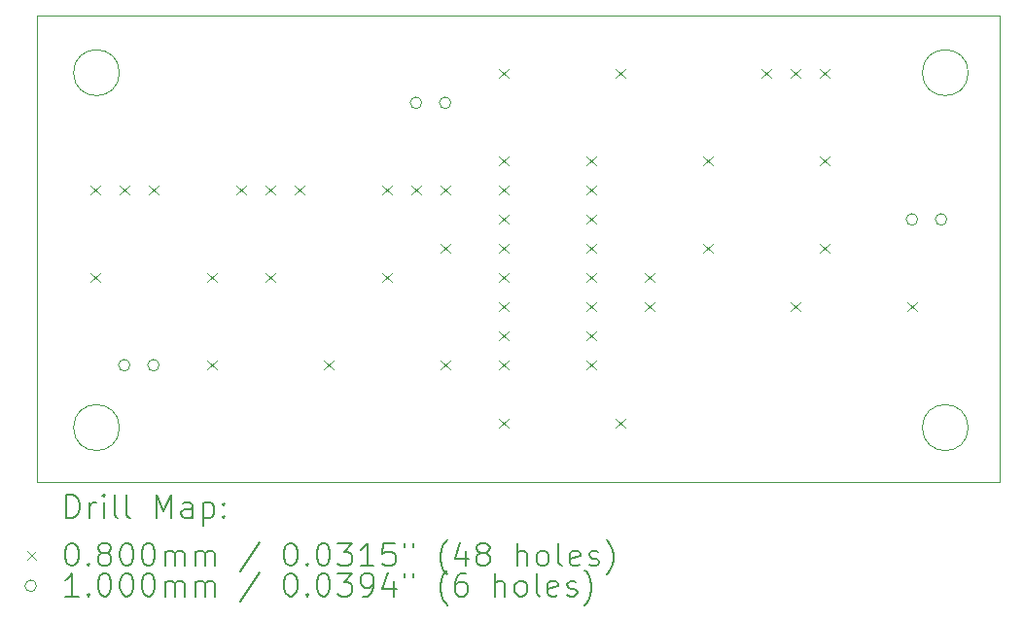
<source format=gbr>
%TF.GenerationSoftware,KiCad,Pcbnew,9.0.7*%
%TF.CreationDate,2026-02-15T14:06:54+01:00*%
%TF.ProjectId,XR-2208,58522d32-3230-4382-9e6b-696361645f70,rev?*%
%TF.SameCoordinates,Original*%
%TF.FileFunction,Drillmap*%
%TF.FilePolarity,Positive*%
%FSLAX45Y45*%
G04 Gerber Fmt 4.5, Leading zero omitted, Abs format (unit mm)*
G04 Created by KiCad (PCBNEW 9.0.7) date 2026-02-15 14:06:54*
%MOMM*%
%LPD*%
G01*
G04 APERTURE LIST*
%ADD10C,0.050000*%
%ADD11C,0.200000*%
%ADD12C,0.100000*%
G04 APERTURE END LIST*
D10*
X9610000Y-8374000D02*
G75*
G02*
X9210000Y-8374000I-200000J0D01*
G01*
X9210000Y-8374000D02*
G75*
G02*
X9610000Y-8374000I200000J0D01*
G01*
X17000000Y-8374000D02*
G75*
G02*
X16600000Y-8374000I-200000J0D01*
G01*
X16600000Y-8374000D02*
G75*
G02*
X17000000Y-8374000I200000J0D01*
G01*
X8890000Y-7874000D02*
X17272000Y-7874000D01*
X17272000Y-11938000D01*
X8890000Y-11938000D01*
X8890000Y-7874000D01*
X17000000Y-11466000D02*
G75*
G02*
X16600000Y-11466000I-200000J0D01*
G01*
X16600000Y-11466000D02*
G75*
G02*
X17000000Y-11466000I200000J0D01*
G01*
X9610000Y-11466000D02*
G75*
G02*
X9210000Y-11466000I-200000J0D01*
G01*
X9210000Y-11466000D02*
G75*
G02*
X9610000Y-11466000I200000J0D01*
G01*
D11*
D12*
X9358000Y-9358000D02*
X9438000Y-9438000D01*
X9438000Y-9358000D02*
X9358000Y-9438000D01*
X9358000Y-10120000D02*
X9438000Y-10200000D01*
X9438000Y-10120000D02*
X9358000Y-10200000D01*
X9612000Y-9358000D02*
X9692000Y-9438000D01*
X9692000Y-9358000D02*
X9612000Y-9438000D01*
X9866000Y-9358000D02*
X9946000Y-9438000D01*
X9946000Y-9358000D02*
X9866000Y-9438000D01*
X10374000Y-10120000D02*
X10454000Y-10200000D01*
X10454000Y-10120000D02*
X10374000Y-10200000D01*
X10374000Y-10882000D02*
X10454000Y-10962000D01*
X10454000Y-10882000D02*
X10374000Y-10962000D01*
X10628000Y-9358000D02*
X10708000Y-9438000D01*
X10708000Y-9358000D02*
X10628000Y-9438000D01*
X10882000Y-9358000D02*
X10962000Y-9438000D01*
X10962000Y-9358000D02*
X10882000Y-9438000D01*
X10882000Y-10120000D02*
X10962000Y-10200000D01*
X10962000Y-10120000D02*
X10882000Y-10200000D01*
X11136000Y-9358000D02*
X11216000Y-9438000D01*
X11216000Y-9358000D02*
X11136000Y-9438000D01*
X11390000Y-10882000D02*
X11470000Y-10962000D01*
X11470000Y-10882000D02*
X11390000Y-10962000D01*
X11898000Y-9358000D02*
X11978000Y-9438000D01*
X11978000Y-9358000D02*
X11898000Y-9438000D01*
X11898000Y-10120000D02*
X11978000Y-10200000D01*
X11978000Y-10120000D02*
X11898000Y-10200000D01*
X12152000Y-9358000D02*
X12232000Y-9438000D01*
X12232000Y-9358000D02*
X12152000Y-9438000D01*
X12406000Y-9358000D02*
X12486000Y-9438000D01*
X12486000Y-9358000D02*
X12406000Y-9438000D01*
X12406000Y-9866000D02*
X12486000Y-9946000D01*
X12486000Y-9866000D02*
X12406000Y-9946000D01*
X12406000Y-10882000D02*
X12486000Y-10962000D01*
X12486000Y-10882000D02*
X12406000Y-10962000D01*
X12914000Y-8342000D02*
X12994000Y-8422000D01*
X12994000Y-8342000D02*
X12914000Y-8422000D01*
X12914000Y-9104000D02*
X12994000Y-9184000D01*
X12994000Y-9104000D02*
X12914000Y-9184000D01*
X12914000Y-9358000D02*
X12994000Y-9438000D01*
X12994000Y-9358000D02*
X12914000Y-9438000D01*
X12914000Y-9612000D02*
X12994000Y-9692000D01*
X12994000Y-9612000D02*
X12914000Y-9692000D01*
X12914000Y-9866000D02*
X12994000Y-9946000D01*
X12994000Y-9866000D02*
X12914000Y-9946000D01*
X12914000Y-10120000D02*
X12994000Y-10200000D01*
X12994000Y-10120000D02*
X12914000Y-10200000D01*
X12914000Y-10374000D02*
X12994000Y-10454000D01*
X12994000Y-10374000D02*
X12914000Y-10454000D01*
X12914000Y-10628000D02*
X12994000Y-10708000D01*
X12994000Y-10628000D02*
X12914000Y-10708000D01*
X12914000Y-10882000D02*
X12994000Y-10962000D01*
X12994000Y-10882000D02*
X12914000Y-10962000D01*
X12914000Y-11390000D02*
X12994000Y-11470000D01*
X12994000Y-11390000D02*
X12914000Y-11470000D01*
X13676000Y-9104000D02*
X13756000Y-9184000D01*
X13756000Y-9104000D02*
X13676000Y-9184000D01*
X13676000Y-9358000D02*
X13756000Y-9438000D01*
X13756000Y-9358000D02*
X13676000Y-9438000D01*
X13676000Y-9612000D02*
X13756000Y-9692000D01*
X13756000Y-9612000D02*
X13676000Y-9692000D01*
X13676000Y-9866000D02*
X13756000Y-9946000D01*
X13756000Y-9866000D02*
X13676000Y-9946000D01*
X13676000Y-10120000D02*
X13756000Y-10200000D01*
X13756000Y-10120000D02*
X13676000Y-10200000D01*
X13676000Y-10374000D02*
X13756000Y-10454000D01*
X13756000Y-10374000D02*
X13676000Y-10454000D01*
X13676000Y-10628000D02*
X13756000Y-10708000D01*
X13756000Y-10628000D02*
X13676000Y-10708000D01*
X13676000Y-10882000D02*
X13756000Y-10962000D01*
X13756000Y-10882000D02*
X13676000Y-10962000D01*
X13930000Y-8342000D02*
X14010000Y-8422000D01*
X14010000Y-8342000D02*
X13930000Y-8422000D01*
X13930000Y-11390000D02*
X14010000Y-11470000D01*
X14010000Y-11390000D02*
X13930000Y-11470000D01*
X14184000Y-10120000D02*
X14264000Y-10200000D01*
X14264000Y-10120000D02*
X14184000Y-10200000D01*
X14184000Y-10370000D02*
X14264000Y-10450000D01*
X14264000Y-10370000D02*
X14184000Y-10450000D01*
X14692000Y-9104000D02*
X14772000Y-9184000D01*
X14772000Y-9104000D02*
X14692000Y-9184000D01*
X14692000Y-9866000D02*
X14772000Y-9946000D01*
X14772000Y-9866000D02*
X14692000Y-9946000D01*
X15200000Y-8342000D02*
X15280000Y-8422000D01*
X15280000Y-8342000D02*
X15200000Y-8422000D01*
X15454000Y-8342000D02*
X15534000Y-8422000D01*
X15534000Y-8342000D02*
X15454000Y-8422000D01*
X15454000Y-10374000D02*
X15534000Y-10454000D01*
X15534000Y-10374000D02*
X15454000Y-10454000D01*
X15708000Y-8342000D02*
X15788000Y-8422000D01*
X15788000Y-8342000D02*
X15708000Y-8422000D01*
X15708000Y-9104000D02*
X15788000Y-9184000D01*
X15788000Y-9104000D02*
X15708000Y-9184000D01*
X15708000Y-9866000D02*
X15788000Y-9946000D01*
X15788000Y-9866000D02*
X15708000Y-9946000D01*
X16470000Y-10374000D02*
X16550000Y-10454000D01*
X16550000Y-10374000D02*
X16470000Y-10454000D01*
X9702000Y-10922000D02*
G75*
G02*
X9602000Y-10922000I-50000J0D01*
G01*
X9602000Y-10922000D02*
G75*
G02*
X9702000Y-10922000I50000J0D01*
G01*
X9956000Y-10922000D02*
G75*
G02*
X9856000Y-10922000I-50000J0D01*
G01*
X9856000Y-10922000D02*
G75*
G02*
X9956000Y-10922000I50000J0D01*
G01*
X12242000Y-8636000D02*
G75*
G02*
X12142000Y-8636000I-50000J0D01*
G01*
X12142000Y-8636000D02*
G75*
G02*
X12242000Y-8636000I50000J0D01*
G01*
X12496000Y-8636000D02*
G75*
G02*
X12396000Y-8636000I-50000J0D01*
G01*
X12396000Y-8636000D02*
G75*
G02*
X12496000Y-8636000I50000J0D01*
G01*
X16560000Y-9652000D02*
G75*
G02*
X16460000Y-9652000I-50000J0D01*
G01*
X16460000Y-9652000D02*
G75*
G02*
X16560000Y-9652000I50000J0D01*
G01*
X16814000Y-9652000D02*
G75*
G02*
X16714000Y-9652000I-50000J0D01*
G01*
X16714000Y-9652000D02*
G75*
G02*
X16814000Y-9652000I50000J0D01*
G01*
D11*
X9148277Y-12251984D02*
X9148277Y-12051984D01*
X9148277Y-12051984D02*
X9195896Y-12051984D01*
X9195896Y-12051984D02*
X9224467Y-12061508D01*
X9224467Y-12061508D02*
X9243515Y-12080555D01*
X9243515Y-12080555D02*
X9253039Y-12099603D01*
X9253039Y-12099603D02*
X9262563Y-12137698D01*
X9262563Y-12137698D02*
X9262563Y-12166269D01*
X9262563Y-12166269D02*
X9253039Y-12204365D01*
X9253039Y-12204365D02*
X9243515Y-12223412D01*
X9243515Y-12223412D02*
X9224467Y-12242460D01*
X9224467Y-12242460D02*
X9195896Y-12251984D01*
X9195896Y-12251984D02*
X9148277Y-12251984D01*
X9348277Y-12251984D02*
X9348277Y-12118650D01*
X9348277Y-12156746D02*
X9357801Y-12137698D01*
X9357801Y-12137698D02*
X9367324Y-12128174D01*
X9367324Y-12128174D02*
X9386372Y-12118650D01*
X9386372Y-12118650D02*
X9405420Y-12118650D01*
X9472086Y-12251984D02*
X9472086Y-12118650D01*
X9472086Y-12051984D02*
X9462563Y-12061508D01*
X9462563Y-12061508D02*
X9472086Y-12071031D01*
X9472086Y-12071031D02*
X9481610Y-12061508D01*
X9481610Y-12061508D02*
X9472086Y-12051984D01*
X9472086Y-12051984D02*
X9472086Y-12071031D01*
X9595896Y-12251984D02*
X9576848Y-12242460D01*
X9576848Y-12242460D02*
X9567324Y-12223412D01*
X9567324Y-12223412D02*
X9567324Y-12051984D01*
X9700658Y-12251984D02*
X9681610Y-12242460D01*
X9681610Y-12242460D02*
X9672086Y-12223412D01*
X9672086Y-12223412D02*
X9672086Y-12051984D01*
X9929229Y-12251984D02*
X9929229Y-12051984D01*
X9929229Y-12051984D02*
X9995896Y-12194841D01*
X9995896Y-12194841D02*
X10062563Y-12051984D01*
X10062563Y-12051984D02*
X10062563Y-12251984D01*
X10243515Y-12251984D02*
X10243515Y-12147222D01*
X10243515Y-12147222D02*
X10233991Y-12128174D01*
X10233991Y-12128174D02*
X10214944Y-12118650D01*
X10214944Y-12118650D02*
X10176848Y-12118650D01*
X10176848Y-12118650D02*
X10157801Y-12128174D01*
X10243515Y-12242460D02*
X10224467Y-12251984D01*
X10224467Y-12251984D02*
X10176848Y-12251984D01*
X10176848Y-12251984D02*
X10157801Y-12242460D01*
X10157801Y-12242460D02*
X10148277Y-12223412D01*
X10148277Y-12223412D02*
X10148277Y-12204365D01*
X10148277Y-12204365D02*
X10157801Y-12185317D01*
X10157801Y-12185317D02*
X10176848Y-12175793D01*
X10176848Y-12175793D02*
X10224467Y-12175793D01*
X10224467Y-12175793D02*
X10243515Y-12166269D01*
X10338753Y-12118650D02*
X10338753Y-12318650D01*
X10338753Y-12128174D02*
X10357801Y-12118650D01*
X10357801Y-12118650D02*
X10395896Y-12118650D01*
X10395896Y-12118650D02*
X10414944Y-12128174D01*
X10414944Y-12128174D02*
X10424467Y-12137698D01*
X10424467Y-12137698D02*
X10433991Y-12156746D01*
X10433991Y-12156746D02*
X10433991Y-12213888D01*
X10433991Y-12213888D02*
X10424467Y-12232936D01*
X10424467Y-12232936D02*
X10414944Y-12242460D01*
X10414944Y-12242460D02*
X10395896Y-12251984D01*
X10395896Y-12251984D02*
X10357801Y-12251984D01*
X10357801Y-12251984D02*
X10338753Y-12242460D01*
X10519705Y-12232936D02*
X10529229Y-12242460D01*
X10529229Y-12242460D02*
X10519705Y-12251984D01*
X10519705Y-12251984D02*
X10510182Y-12242460D01*
X10510182Y-12242460D02*
X10519705Y-12232936D01*
X10519705Y-12232936D02*
X10519705Y-12251984D01*
X10519705Y-12128174D02*
X10529229Y-12137698D01*
X10529229Y-12137698D02*
X10519705Y-12147222D01*
X10519705Y-12147222D02*
X10510182Y-12137698D01*
X10510182Y-12137698D02*
X10519705Y-12128174D01*
X10519705Y-12128174D02*
X10519705Y-12147222D01*
D12*
X8807500Y-12540500D02*
X8887500Y-12620500D01*
X8887500Y-12540500D02*
X8807500Y-12620500D01*
D11*
X9186372Y-12471984D02*
X9205420Y-12471984D01*
X9205420Y-12471984D02*
X9224467Y-12481508D01*
X9224467Y-12481508D02*
X9233991Y-12491031D01*
X9233991Y-12491031D02*
X9243515Y-12510079D01*
X9243515Y-12510079D02*
X9253039Y-12548174D01*
X9253039Y-12548174D02*
X9253039Y-12595793D01*
X9253039Y-12595793D02*
X9243515Y-12633888D01*
X9243515Y-12633888D02*
X9233991Y-12652936D01*
X9233991Y-12652936D02*
X9224467Y-12662460D01*
X9224467Y-12662460D02*
X9205420Y-12671984D01*
X9205420Y-12671984D02*
X9186372Y-12671984D01*
X9186372Y-12671984D02*
X9167324Y-12662460D01*
X9167324Y-12662460D02*
X9157801Y-12652936D01*
X9157801Y-12652936D02*
X9148277Y-12633888D01*
X9148277Y-12633888D02*
X9138753Y-12595793D01*
X9138753Y-12595793D02*
X9138753Y-12548174D01*
X9138753Y-12548174D02*
X9148277Y-12510079D01*
X9148277Y-12510079D02*
X9157801Y-12491031D01*
X9157801Y-12491031D02*
X9167324Y-12481508D01*
X9167324Y-12481508D02*
X9186372Y-12471984D01*
X9338753Y-12652936D02*
X9348277Y-12662460D01*
X9348277Y-12662460D02*
X9338753Y-12671984D01*
X9338753Y-12671984D02*
X9329229Y-12662460D01*
X9329229Y-12662460D02*
X9338753Y-12652936D01*
X9338753Y-12652936D02*
X9338753Y-12671984D01*
X9462563Y-12557698D02*
X9443515Y-12548174D01*
X9443515Y-12548174D02*
X9433991Y-12538650D01*
X9433991Y-12538650D02*
X9424467Y-12519603D01*
X9424467Y-12519603D02*
X9424467Y-12510079D01*
X9424467Y-12510079D02*
X9433991Y-12491031D01*
X9433991Y-12491031D02*
X9443515Y-12481508D01*
X9443515Y-12481508D02*
X9462563Y-12471984D01*
X9462563Y-12471984D02*
X9500658Y-12471984D01*
X9500658Y-12471984D02*
X9519705Y-12481508D01*
X9519705Y-12481508D02*
X9529229Y-12491031D01*
X9529229Y-12491031D02*
X9538753Y-12510079D01*
X9538753Y-12510079D02*
X9538753Y-12519603D01*
X9538753Y-12519603D02*
X9529229Y-12538650D01*
X9529229Y-12538650D02*
X9519705Y-12548174D01*
X9519705Y-12548174D02*
X9500658Y-12557698D01*
X9500658Y-12557698D02*
X9462563Y-12557698D01*
X9462563Y-12557698D02*
X9443515Y-12567222D01*
X9443515Y-12567222D02*
X9433991Y-12576746D01*
X9433991Y-12576746D02*
X9424467Y-12595793D01*
X9424467Y-12595793D02*
X9424467Y-12633888D01*
X9424467Y-12633888D02*
X9433991Y-12652936D01*
X9433991Y-12652936D02*
X9443515Y-12662460D01*
X9443515Y-12662460D02*
X9462563Y-12671984D01*
X9462563Y-12671984D02*
X9500658Y-12671984D01*
X9500658Y-12671984D02*
X9519705Y-12662460D01*
X9519705Y-12662460D02*
X9529229Y-12652936D01*
X9529229Y-12652936D02*
X9538753Y-12633888D01*
X9538753Y-12633888D02*
X9538753Y-12595793D01*
X9538753Y-12595793D02*
X9529229Y-12576746D01*
X9529229Y-12576746D02*
X9519705Y-12567222D01*
X9519705Y-12567222D02*
X9500658Y-12557698D01*
X9662563Y-12471984D02*
X9681610Y-12471984D01*
X9681610Y-12471984D02*
X9700658Y-12481508D01*
X9700658Y-12481508D02*
X9710182Y-12491031D01*
X9710182Y-12491031D02*
X9719705Y-12510079D01*
X9719705Y-12510079D02*
X9729229Y-12548174D01*
X9729229Y-12548174D02*
X9729229Y-12595793D01*
X9729229Y-12595793D02*
X9719705Y-12633888D01*
X9719705Y-12633888D02*
X9710182Y-12652936D01*
X9710182Y-12652936D02*
X9700658Y-12662460D01*
X9700658Y-12662460D02*
X9681610Y-12671984D01*
X9681610Y-12671984D02*
X9662563Y-12671984D01*
X9662563Y-12671984D02*
X9643515Y-12662460D01*
X9643515Y-12662460D02*
X9633991Y-12652936D01*
X9633991Y-12652936D02*
X9624467Y-12633888D01*
X9624467Y-12633888D02*
X9614944Y-12595793D01*
X9614944Y-12595793D02*
X9614944Y-12548174D01*
X9614944Y-12548174D02*
X9624467Y-12510079D01*
X9624467Y-12510079D02*
X9633991Y-12491031D01*
X9633991Y-12491031D02*
X9643515Y-12481508D01*
X9643515Y-12481508D02*
X9662563Y-12471984D01*
X9853039Y-12471984D02*
X9872086Y-12471984D01*
X9872086Y-12471984D02*
X9891134Y-12481508D01*
X9891134Y-12481508D02*
X9900658Y-12491031D01*
X9900658Y-12491031D02*
X9910182Y-12510079D01*
X9910182Y-12510079D02*
X9919705Y-12548174D01*
X9919705Y-12548174D02*
X9919705Y-12595793D01*
X9919705Y-12595793D02*
X9910182Y-12633888D01*
X9910182Y-12633888D02*
X9900658Y-12652936D01*
X9900658Y-12652936D02*
X9891134Y-12662460D01*
X9891134Y-12662460D02*
X9872086Y-12671984D01*
X9872086Y-12671984D02*
X9853039Y-12671984D01*
X9853039Y-12671984D02*
X9833991Y-12662460D01*
X9833991Y-12662460D02*
X9824467Y-12652936D01*
X9824467Y-12652936D02*
X9814944Y-12633888D01*
X9814944Y-12633888D02*
X9805420Y-12595793D01*
X9805420Y-12595793D02*
X9805420Y-12548174D01*
X9805420Y-12548174D02*
X9814944Y-12510079D01*
X9814944Y-12510079D02*
X9824467Y-12491031D01*
X9824467Y-12491031D02*
X9833991Y-12481508D01*
X9833991Y-12481508D02*
X9853039Y-12471984D01*
X10005420Y-12671984D02*
X10005420Y-12538650D01*
X10005420Y-12557698D02*
X10014944Y-12548174D01*
X10014944Y-12548174D02*
X10033991Y-12538650D01*
X10033991Y-12538650D02*
X10062563Y-12538650D01*
X10062563Y-12538650D02*
X10081610Y-12548174D01*
X10081610Y-12548174D02*
X10091134Y-12567222D01*
X10091134Y-12567222D02*
X10091134Y-12671984D01*
X10091134Y-12567222D02*
X10100658Y-12548174D01*
X10100658Y-12548174D02*
X10119705Y-12538650D01*
X10119705Y-12538650D02*
X10148277Y-12538650D01*
X10148277Y-12538650D02*
X10167325Y-12548174D01*
X10167325Y-12548174D02*
X10176848Y-12567222D01*
X10176848Y-12567222D02*
X10176848Y-12671984D01*
X10272086Y-12671984D02*
X10272086Y-12538650D01*
X10272086Y-12557698D02*
X10281610Y-12548174D01*
X10281610Y-12548174D02*
X10300658Y-12538650D01*
X10300658Y-12538650D02*
X10329229Y-12538650D01*
X10329229Y-12538650D02*
X10348277Y-12548174D01*
X10348277Y-12548174D02*
X10357801Y-12567222D01*
X10357801Y-12567222D02*
X10357801Y-12671984D01*
X10357801Y-12567222D02*
X10367325Y-12548174D01*
X10367325Y-12548174D02*
X10386372Y-12538650D01*
X10386372Y-12538650D02*
X10414944Y-12538650D01*
X10414944Y-12538650D02*
X10433991Y-12548174D01*
X10433991Y-12548174D02*
X10443515Y-12567222D01*
X10443515Y-12567222D02*
X10443515Y-12671984D01*
X10833991Y-12462460D02*
X10662563Y-12719603D01*
X11091134Y-12471984D02*
X11110182Y-12471984D01*
X11110182Y-12471984D02*
X11129229Y-12481508D01*
X11129229Y-12481508D02*
X11138753Y-12491031D01*
X11138753Y-12491031D02*
X11148277Y-12510079D01*
X11148277Y-12510079D02*
X11157801Y-12548174D01*
X11157801Y-12548174D02*
X11157801Y-12595793D01*
X11157801Y-12595793D02*
X11148277Y-12633888D01*
X11148277Y-12633888D02*
X11138753Y-12652936D01*
X11138753Y-12652936D02*
X11129229Y-12662460D01*
X11129229Y-12662460D02*
X11110182Y-12671984D01*
X11110182Y-12671984D02*
X11091134Y-12671984D01*
X11091134Y-12671984D02*
X11072087Y-12662460D01*
X11072087Y-12662460D02*
X11062563Y-12652936D01*
X11062563Y-12652936D02*
X11053039Y-12633888D01*
X11053039Y-12633888D02*
X11043515Y-12595793D01*
X11043515Y-12595793D02*
X11043515Y-12548174D01*
X11043515Y-12548174D02*
X11053039Y-12510079D01*
X11053039Y-12510079D02*
X11062563Y-12491031D01*
X11062563Y-12491031D02*
X11072087Y-12481508D01*
X11072087Y-12481508D02*
X11091134Y-12471984D01*
X11243515Y-12652936D02*
X11253039Y-12662460D01*
X11253039Y-12662460D02*
X11243515Y-12671984D01*
X11243515Y-12671984D02*
X11233991Y-12662460D01*
X11233991Y-12662460D02*
X11243515Y-12652936D01*
X11243515Y-12652936D02*
X11243515Y-12671984D01*
X11376848Y-12471984D02*
X11395896Y-12471984D01*
X11395896Y-12471984D02*
X11414944Y-12481508D01*
X11414944Y-12481508D02*
X11424467Y-12491031D01*
X11424467Y-12491031D02*
X11433991Y-12510079D01*
X11433991Y-12510079D02*
X11443515Y-12548174D01*
X11443515Y-12548174D02*
X11443515Y-12595793D01*
X11443515Y-12595793D02*
X11433991Y-12633888D01*
X11433991Y-12633888D02*
X11424467Y-12652936D01*
X11424467Y-12652936D02*
X11414944Y-12662460D01*
X11414944Y-12662460D02*
X11395896Y-12671984D01*
X11395896Y-12671984D02*
X11376848Y-12671984D01*
X11376848Y-12671984D02*
X11357801Y-12662460D01*
X11357801Y-12662460D02*
X11348277Y-12652936D01*
X11348277Y-12652936D02*
X11338753Y-12633888D01*
X11338753Y-12633888D02*
X11329229Y-12595793D01*
X11329229Y-12595793D02*
X11329229Y-12548174D01*
X11329229Y-12548174D02*
X11338753Y-12510079D01*
X11338753Y-12510079D02*
X11348277Y-12491031D01*
X11348277Y-12491031D02*
X11357801Y-12481508D01*
X11357801Y-12481508D02*
X11376848Y-12471984D01*
X11510182Y-12471984D02*
X11633991Y-12471984D01*
X11633991Y-12471984D02*
X11567325Y-12548174D01*
X11567325Y-12548174D02*
X11595896Y-12548174D01*
X11595896Y-12548174D02*
X11614944Y-12557698D01*
X11614944Y-12557698D02*
X11624467Y-12567222D01*
X11624467Y-12567222D02*
X11633991Y-12586269D01*
X11633991Y-12586269D02*
X11633991Y-12633888D01*
X11633991Y-12633888D02*
X11624467Y-12652936D01*
X11624467Y-12652936D02*
X11614944Y-12662460D01*
X11614944Y-12662460D02*
X11595896Y-12671984D01*
X11595896Y-12671984D02*
X11538753Y-12671984D01*
X11538753Y-12671984D02*
X11519706Y-12662460D01*
X11519706Y-12662460D02*
X11510182Y-12652936D01*
X11824467Y-12671984D02*
X11710182Y-12671984D01*
X11767325Y-12671984D02*
X11767325Y-12471984D01*
X11767325Y-12471984D02*
X11748277Y-12500555D01*
X11748277Y-12500555D02*
X11729229Y-12519603D01*
X11729229Y-12519603D02*
X11710182Y-12529127D01*
X12005420Y-12471984D02*
X11910182Y-12471984D01*
X11910182Y-12471984D02*
X11900658Y-12567222D01*
X11900658Y-12567222D02*
X11910182Y-12557698D01*
X11910182Y-12557698D02*
X11929229Y-12548174D01*
X11929229Y-12548174D02*
X11976848Y-12548174D01*
X11976848Y-12548174D02*
X11995896Y-12557698D01*
X11995896Y-12557698D02*
X12005420Y-12567222D01*
X12005420Y-12567222D02*
X12014944Y-12586269D01*
X12014944Y-12586269D02*
X12014944Y-12633888D01*
X12014944Y-12633888D02*
X12005420Y-12652936D01*
X12005420Y-12652936D02*
X11995896Y-12662460D01*
X11995896Y-12662460D02*
X11976848Y-12671984D01*
X11976848Y-12671984D02*
X11929229Y-12671984D01*
X11929229Y-12671984D02*
X11910182Y-12662460D01*
X11910182Y-12662460D02*
X11900658Y-12652936D01*
X12091134Y-12471984D02*
X12091134Y-12510079D01*
X12167325Y-12471984D02*
X12167325Y-12510079D01*
X12462563Y-12748174D02*
X12453039Y-12738650D01*
X12453039Y-12738650D02*
X12433991Y-12710079D01*
X12433991Y-12710079D02*
X12424468Y-12691031D01*
X12424468Y-12691031D02*
X12414944Y-12662460D01*
X12414944Y-12662460D02*
X12405420Y-12614841D01*
X12405420Y-12614841D02*
X12405420Y-12576746D01*
X12405420Y-12576746D02*
X12414944Y-12529127D01*
X12414944Y-12529127D02*
X12424468Y-12500555D01*
X12424468Y-12500555D02*
X12433991Y-12481508D01*
X12433991Y-12481508D02*
X12453039Y-12452936D01*
X12453039Y-12452936D02*
X12462563Y-12443412D01*
X12624468Y-12538650D02*
X12624468Y-12671984D01*
X12576848Y-12462460D02*
X12529229Y-12605317D01*
X12529229Y-12605317D02*
X12653039Y-12605317D01*
X12757801Y-12557698D02*
X12738753Y-12548174D01*
X12738753Y-12548174D02*
X12729229Y-12538650D01*
X12729229Y-12538650D02*
X12719706Y-12519603D01*
X12719706Y-12519603D02*
X12719706Y-12510079D01*
X12719706Y-12510079D02*
X12729229Y-12491031D01*
X12729229Y-12491031D02*
X12738753Y-12481508D01*
X12738753Y-12481508D02*
X12757801Y-12471984D01*
X12757801Y-12471984D02*
X12795896Y-12471984D01*
X12795896Y-12471984D02*
X12814944Y-12481508D01*
X12814944Y-12481508D02*
X12824468Y-12491031D01*
X12824468Y-12491031D02*
X12833991Y-12510079D01*
X12833991Y-12510079D02*
X12833991Y-12519603D01*
X12833991Y-12519603D02*
X12824468Y-12538650D01*
X12824468Y-12538650D02*
X12814944Y-12548174D01*
X12814944Y-12548174D02*
X12795896Y-12557698D01*
X12795896Y-12557698D02*
X12757801Y-12557698D01*
X12757801Y-12557698D02*
X12738753Y-12567222D01*
X12738753Y-12567222D02*
X12729229Y-12576746D01*
X12729229Y-12576746D02*
X12719706Y-12595793D01*
X12719706Y-12595793D02*
X12719706Y-12633888D01*
X12719706Y-12633888D02*
X12729229Y-12652936D01*
X12729229Y-12652936D02*
X12738753Y-12662460D01*
X12738753Y-12662460D02*
X12757801Y-12671984D01*
X12757801Y-12671984D02*
X12795896Y-12671984D01*
X12795896Y-12671984D02*
X12814944Y-12662460D01*
X12814944Y-12662460D02*
X12824468Y-12652936D01*
X12824468Y-12652936D02*
X12833991Y-12633888D01*
X12833991Y-12633888D02*
X12833991Y-12595793D01*
X12833991Y-12595793D02*
X12824468Y-12576746D01*
X12824468Y-12576746D02*
X12814944Y-12567222D01*
X12814944Y-12567222D02*
X12795896Y-12557698D01*
X13072087Y-12671984D02*
X13072087Y-12471984D01*
X13157801Y-12671984D02*
X13157801Y-12567222D01*
X13157801Y-12567222D02*
X13148277Y-12548174D01*
X13148277Y-12548174D02*
X13129230Y-12538650D01*
X13129230Y-12538650D02*
X13100658Y-12538650D01*
X13100658Y-12538650D02*
X13081610Y-12548174D01*
X13081610Y-12548174D02*
X13072087Y-12557698D01*
X13281610Y-12671984D02*
X13262563Y-12662460D01*
X13262563Y-12662460D02*
X13253039Y-12652936D01*
X13253039Y-12652936D02*
X13243515Y-12633888D01*
X13243515Y-12633888D02*
X13243515Y-12576746D01*
X13243515Y-12576746D02*
X13253039Y-12557698D01*
X13253039Y-12557698D02*
X13262563Y-12548174D01*
X13262563Y-12548174D02*
X13281610Y-12538650D01*
X13281610Y-12538650D02*
X13310182Y-12538650D01*
X13310182Y-12538650D02*
X13329230Y-12548174D01*
X13329230Y-12548174D02*
X13338753Y-12557698D01*
X13338753Y-12557698D02*
X13348277Y-12576746D01*
X13348277Y-12576746D02*
X13348277Y-12633888D01*
X13348277Y-12633888D02*
X13338753Y-12652936D01*
X13338753Y-12652936D02*
X13329230Y-12662460D01*
X13329230Y-12662460D02*
X13310182Y-12671984D01*
X13310182Y-12671984D02*
X13281610Y-12671984D01*
X13462563Y-12671984D02*
X13443515Y-12662460D01*
X13443515Y-12662460D02*
X13433991Y-12643412D01*
X13433991Y-12643412D02*
X13433991Y-12471984D01*
X13614944Y-12662460D02*
X13595896Y-12671984D01*
X13595896Y-12671984D02*
X13557801Y-12671984D01*
X13557801Y-12671984D02*
X13538753Y-12662460D01*
X13538753Y-12662460D02*
X13529230Y-12643412D01*
X13529230Y-12643412D02*
X13529230Y-12567222D01*
X13529230Y-12567222D02*
X13538753Y-12548174D01*
X13538753Y-12548174D02*
X13557801Y-12538650D01*
X13557801Y-12538650D02*
X13595896Y-12538650D01*
X13595896Y-12538650D02*
X13614944Y-12548174D01*
X13614944Y-12548174D02*
X13624468Y-12567222D01*
X13624468Y-12567222D02*
X13624468Y-12586269D01*
X13624468Y-12586269D02*
X13529230Y-12605317D01*
X13700658Y-12662460D02*
X13719706Y-12671984D01*
X13719706Y-12671984D02*
X13757801Y-12671984D01*
X13757801Y-12671984D02*
X13776849Y-12662460D01*
X13776849Y-12662460D02*
X13786372Y-12643412D01*
X13786372Y-12643412D02*
X13786372Y-12633888D01*
X13786372Y-12633888D02*
X13776849Y-12614841D01*
X13776849Y-12614841D02*
X13757801Y-12605317D01*
X13757801Y-12605317D02*
X13729230Y-12605317D01*
X13729230Y-12605317D02*
X13710182Y-12595793D01*
X13710182Y-12595793D02*
X13700658Y-12576746D01*
X13700658Y-12576746D02*
X13700658Y-12567222D01*
X13700658Y-12567222D02*
X13710182Y-12548174D01*
X13710182Y-12548174D02*
X13729230Y-12538650D01*
X13729230Y-12538650D02*
X13757801Y-12538650D01*
X13757801Y-12538650D02*
X13776849Y-12548174D01*
X13853039Y-12748174D02*
X13862563Y-12738650D01*
X13862563Y-12738650D02*
X13881611Y-12710079D01*
X13881611Y-12710079D02*
X13891134Y-12691031D01*
X13891134Y-12691031D02*
X13900658Y-12662460D01*
X13900658Y-12662460D02*
X13910182Y-12614841D01*
X13910182Y-12614841D02*
X13910182Y-12576746D01*
X13910182Y-12576746D02*
X13900658Y-12529127D01*
X13900658Y-12529127D02*
X13891134Y-12500555D01*
X13891134Y-12500555D02*
X13881611Y-12481508D01*
X13881611Y-12481508D02*
X13862563Y-12452936D01*
X13862563Y-12452936D02*
X13853039Y-12443412D01*
D12*
X8887500Y-12844500D02*
G75*
G02*
X8787500Y-12844500I-50000J0D01*
G01*
X8787500Y-12844500D02*
G75*
G02*
X8887500Y-12844500I50000J0D01*
G01*
D11*
X9253039Y-12935984D02*
X9138753Y-12935984D01*
X9195896Y-12935984D02*
X9195896Y-12735984D01*
X9195896Y-12735984D02*
X9176848Y-12764555D01*
X9176848Y-12764555D02*
X9157801Y-12783603D01*
X9157801Y-12783603D02*
X9138753Y-12793127D01*
X9338753Y-12916936D02*
X9348277Y-12926460D01*
X9348277Y-12926460D02*
X9338753Y-12935984D01*
X9338753Y-12935984D02*
X9329229Y-12926460D01*
X9329229Y-12926460D02*
X9338753Y-12916936D01*
X9338753Y-12916936D02*
X9338753Y-12935984D01*
X9472086Y-12735984D02*
X9491134Y-12735984D01*
X9491134Y-12735984D02*
X9510182Y-12745508D01*
X9510182Y-12745508D02*
X9519705Y-12755031D01*
X9519705Y-12755031D02*
X9529229Y-12774079D01*
X9529229Y-12774079D02*
X9538753Y-12812174D01*
X9538753Y-12812174D02*
X9538753Y-12859793D01*
X9538753Y-12859793D02*
X9529229Y-12897888D01*
X9529229Y-12897888D02*
X9519705Y-12916936D01*
X9519705Y-12916936D02*
X9510182Y-12926460D01*
X9510182Y-12926460D02*
X9491134Y-12935984D01*
X9491134Y-12935984D02*
X9472086Y-12935984D01*
X9472086Y-12935984D02*
X9453039Y-12926460D01*
X9453039Y-12926460D02*
X9443515Y-12916936D01*
X9443515Y-12916936D02*
X9433991Y-12897888D01*
X9433991Y-12897888D02*
X9424467Y-12859793D01*
X9424467Y-12859793D02*
X9424467Y-12812174D01*
X9424467Y-12812174D02*
X9433991Y-12774079D01*
X9433991Y-12774079D02*
X9443515Y-12755031D01*
X9443515Y-12755031D02*
X9453039Y-12745508D01*
X9453039Y-12745508D02*
X9472086Y-12735984D01*
X9662563Y-12735984D02*
X9681610Y-12735984D01*
X9681610Y-12735984D02*
X9700658Y-12745508D01*
X9700658Y-12745508D02*
X9710182Y-12755031D01*
X9710182Y-12755031D02*
X9719705Y-12774079D01*
X9719705Y-12774079D02*
X9729229Y-12812174D01*
X9729229Y-12812174D02*
X9729229Y-12859793D01*
X9729229Y-12859793D02*
X9719705Y-12897888D01*
X9719705Y-12897888D02*
X9710182Y-12916936D01*
X9710182Y-12916936D02*
X9700658Y-12926460D01*
X9700658Y-12926460D02*
X9681610Y-12935984D01*
X9681610Y-12935984D02*
X9662563Y-12935984D01*
X9662563Y-12935984D02*
X9643515Y-12926460D01*
X9643515Y-12926460D02*
X9633991Y-12916936D01*
X9633991Y-12916936D02*
X9624467Y-12897888D01*
X9624467Y-12897888D02*
X9614944Y-12859793D01*
X9614944Y-12859793D02*
X9614944Y-12812174D01*
X9614944Y-12812174D02*
X9624467Y-12774079D01*
X9624467Y-12774079D02*
X9633991Y-12755031D01*
X9633991Y-12755031D02*
X9643515Y-12745508D01*
X9643515Y-12745508D02*
X9662563Y-12735984D01*
X9853039Y-12735984D02*
X9872086Y-12735984D01*
X9872086Y-12735984D02*
X9891134Y-12745508D01*
X9891134Y-12745508D02*
X9900658Y-12755031D01*
X9900658Y-12755031D02*
X9910182Y-12774079D01*
X9910182Y-12774079D02*
X9919705Y-12812174D01*
X9919705Y-12812174D02*
X9919705Y-12859793D01*
X9919705Y-12859793D02*
X9910182Y-12897888D01*
X9910182Y-12897888D02*
X9900658Y-12916936D01*
X9900658Y-12916936D02*
X9891134Y-12926460D01*
X9891134Y-12926460D02*
X9872086Y-12935984D01*
X9872086Y-12935984D02*
X9853039Y-12935984D01*
X9853039Y-12935984D02*
X9833991Y-12926460D01*
X9833991Y-12926460D02*
X9824467Y-12916936D01*
X9824467Y-12916936D02*
X9814944Y-12897888D01*
X9814944Y-12897888D02*
X9805420Y-12859793D01*
X9805420Y-12859793D02*
X9805420Y-12812174D01*
X9805420Y-12812174D02*
X9814944Y-12774079D01*
X9814944Y-12774079D02*
X9824467Y-12755031D01*
X9824467Y-12755031D02*
X9833991Y-12745508D01*
X9833991Y-12745508D02*
X9853039Y-12735984D01*
X10005420Y-12935984D02*
X10005420Y-12802650D01*
X10005420Y-12821698D02*
X10014944Y-12812174D01*
X10014944Y-12812174D02*
X10033991Y-12802650D01*
X10033991Y-12802650D02*
X10062563Y-12802650D01*
X10062563Y-12802650D02*
X10081610Y-12812174D01*
X10081610Y-12812174D02*
X10091134Y-12831222D01*
X10091134Y-12831222D02*
X10091134Y-12935984D01*
X10091134Y-12831222D02*
X10100658Y-12812174D01*
X10100658Y-12812174D02*
X10119705Y-12802650D01*
X10119705Y-12802650D02*
X10148277Y-12802650D01*
X10148277Y-12802650D02*
X10167325Y-12812174D01*
X10167325Y-12812174D02*
X10176848Y-12831222D01*
X10176848Y-12831222D02*
X10176848Y-12935984D01*
X10272086Y-12935984D02*
X10272086Y-12802650D01*
X10272086Y-12821698D02*
X10281610Y-12812174D01*
X10281610Y-12812174D02*
X10300658Y-12802650D01*
X10300658Y-12802650D02*
X10329229Y-12802650D01*
X10329229Y-12802650D02*
X10348277Y-12812174D01*
X10348277Y-12812174D02*
X10357801Y-12831222D01*
X10357801Y-12831222D02*
X10357801Y-12935984D01*
X10357801Y-12831222D02*
X10367325Y-12812174D01*
X10367325Y-12812174D02*
X10386372Y-12802650D01*
X10386372Y-12802650D02*
X10414944Y-12802650D01*
X10414944Y-12802650D02*
X10433991Y-12812174D01*
X10433991Y-12812174D02*
X10443515Y-12831222D01*
X10443515Y-12831222D02*
X10443515Y-12935984D01*
X10833991Y-12726460D02*
X10662563Y-12983603D01*
X11091134Y-12735984D02*
X11110182Y-12735984D01*
X11110182Y-12735984D02*
X11129229Y-12745508D01*
X11129229Y-12745508D02*
X11138753Y-12755031D01*
X11138753Y-12755031D02*
X11148277Y-12774079D01*
X11148277Y-12774079D02*
X11157801Y-12812174D01*
X11157801Y-12812174D02*
X11157801Y-12859793D01*
X11157801Y-12859793D02*
X11148277Y-12897888D01*
X11148277Y-12897888D02*
X11138753Y-12916936D01*
X11138753Y-12916936D02*
X11129229Y-12926460D01*
X11129229Y-12926460D02*
X11110182Y-12935984D01*
X11110182Y-12935984D02*
X11091134Y-12935984D01*
X11091134Y-12935984D02*
X11072087Y-12926460D01*
X11072087Y-12926460D02*
X11062563Y-12916936D01*
X11062563Y-12916936D02*
X11053039Y-12897888D01*
X11053039Y-12897888D02*
X11043515Y-12859793D01*
X11043515Y-12859793D02*
X11043515Y-12812174D01*
X11043515Y-12812174D02*
X11053039Y-12774079D01*
X11053039Y-12774079D02*
X11062563Y-12755031D01*
X11062563Y-12755031D02*
X11072087Y-12745508D01*
X11072087Y-12745508D02*
X11091134Y-12735984D01*
X11243515Y-12916936D02*
X11253039Y-12926460D01*
X11253039Y-12926460D02*
X11243515Y-12935984D01*
X11243515Y-12935984D02*
X11233991Y-12926460D01*
X11233991Y-12926460D02*
X11243515Y-12916936D01*
X11243515Y-12916936D02*
X11243515Y-12935984D01*
X11376848Y-12735984D02*
X11395896Y-12735984D01*
X11395896Y-12735984D02*
X11414944Y-12745508D01*
X11414944Y-12745508D02*
X11424467Y-12755031D01*
X11424467Y-12755031D02*
X11433991Y-12774079D01*
X11433991Y-12774079D02*
X11443515Y-12812174D01*
X11443515Y-12812174D02*
X11443515Y-12859793D01*
X11443515Y-12859793D02*
X11433991Y-12897888D01*
X11433991Y-12897888D02*
X11424467Y-12916936D01*
X11424467Y-12916936D02*
X11414944Y-12926460D01*
X11414944Y-12926460D02*
X11395896Y-12935984D01*
X11395896Y-12935984D02*
X11376848Y-12935984D01*
X11376848Y-12935984D02*
X11357801Y-12926460D01*
X11357801Y-12926460D02*
X11348277Y-12916936D01*
X11348277Y-12916936D02*
X11338753Y-12897888D01*
X11338753Y-12897888D02*
X11329229Y-12859793D01*
X11329229Y-12859793D02*
X11329229Y-12812174D01*
X11329229Y-12812174D02*
X11338753Y-12774079D01*
X11338753Y-12774079D02*
X11348277Y-12755031D01*
X11348277Y-12755031D02*
X11357801Y-12745508D01*
X11357801Y-12745508D02*
X11376848Y-12735984D01*
X11510182Y-12735984D02*
X11633991Y-12735984D01*
X11633991Y-12735984D02*
X11567325Y-12812174D01*
X11567325Y-12812174D02*
X11595896Y-12812174D01*
X11595896Y-12812174D02*
X11614944Y-12821698D01*
X11614944Y-12821698D02*
X11624467Y-12831222D01*
X11624467Y-12831222D02*
X11633991Y-12850269D01*
X11633991Y-12850269D02*
X11633991Y-12897888D01*
X11633991Y-12897888D02*
X11624467Y-12916936D01*
X11624467Y-12916936D02*
X11614944Y-12926460D01*
X11614944Y-12926460D02*
X11595896Y-12935984D01*
X11595896Y-12935984D02*
X11538753Y-12935984D01*
X11538753Y-12935984D02*
X11519706Y-12926460D01*
X11519706Y-12926460D02*
X11510182Y-12916936D01*
X11729229Y-12935984D02*
X11767325Y-12935984D01*
X11767325Y-12935984D02*
X11786372Y-12926460D01*
X11786372Y-12926460D02*
X11795896Y-12916936D01*
X11795896Y-12916936D02*
X11814944Y-12888365D01*
X11814944Y-12888365D02*
X11824467Y-12850269D01*
X11824467Y-12850269D02*
X11824467Y-12774079D01*
X11824467Y-12774079D02*
X11814944Y-12755031D01*
X11814944Y-12755031D02*
X11805420Y-12745508D01*
X11805420Y-12745508D02*
X11786372Y-12735984D01*
X11786372Y-12735984D02*
X11748277Y-12735984D01*
X11748277Y-12735984D02*
X11729229Y-12745508D01*
X11729229Y-12745508D02*
X11719706Y-12755031D01*
X11719706Y-12755031D02*
X11710182Y-12774079D01*
X11710182Y-12774079D02*
X11710182Y-12821698D01*
X11710182Y-12821698D02*
X11719706Y-12840746D01*
X11719706Y-12840746D02*
X11729229Y-12850269D01*
X11729229Y-12850269D02*
X11748277Y-12859793D01*
X11748277Y-12859793D02*
X11786372Y-12859793D01*
X11786372Y-12859793D02*
X11805420Y-12850269D01*
X11805420Y-12850269D02*
X11814944Y-12840746D01*
X11814944Y-12840746D02*
X11824467Y-12821698D01*
X11995896Y-12802650D02*
X11995896Y-12935984D01*
X11948277Y-12726460D02*
X11900658Y-12869317D01*
X11900658Y-12869317D02*
X12024467Y-12869317D01*
X12091134Y-12735984D02*
X12091134Y-12774079D01*
X12167325Y-12735984D02*
X12167325Y-12774079D01*
X12462563Y-13012174D02*
X12453039Y-13002650D01*
X12453039Y-13002650D02*
X12433991Y-12974079D01*
X12433991Y-12974079D02*
X12424468Y-12955031D01*
X12424468Y-12955031D02*
X12414944Y-12926460D01*
X12414944Y-12926460D02*
X12405420Y-12878841D01*
X12405420Y-12878841D02*
X12405420Y-12840746D01*
X12405420Y-12840746D02*
X12414944Y-12793127D01*
X12414944Y-12793127D02*
X12424468Y-12764555D01*
X12424468Y-12764555D02*
X12433991Y-12745508D01*
X12433991Y-12745508D02*
X12453039Y-12716936D01*
X12453039Y-12716936D02*
X12462563Y-12707412D01*
X12624468Y-12735984D02*
X12586372Y-12735984D01*
X12586372Y-12735984D02*
X12567325Y-12745508D01*
X12567325Y-12745508D02*
X12557801Y-12755031D01*
X12557801Y-12755031D02*
X12538753Y-12783603D01*
X12538753Y-12783603D02*
X12529229Y-12821698D01*
X12529229Y-12821698D02*
X12529229Y-12897888D01*
X12529229Y-12897888D02*
X12538753Y-12916936D01*
X12538753Y-12916936D02*
X12548277Y-12926460D01*
X12548277Y-12926460D02*
X12567325Y-12935984D01*
X12567325Y-12935984D02*
X12605420Y-12935984D01*
X12605420Y-12935984D02*
X12624468Y-12926460D01*
X12624468Y-12926460D02*
X12633991Y-12916936D01*
X12633991Y-12916936D02*
X12643515Y-12897888D01*
X12643515Y-12897888D02*
X12643515Y-12850269D01*
X12643515Y-12850269D02*
X12633991Y-12831222D01*
X12633991Y-12831222D02*
X12624468Y-12821698D01*
X12624468Y-12821698D02*
X12605420Y-12812174D01*
X12605420Y-12812174D02*
X12567325Y-12812174D01*
X12567325Y-12812174D02*
X12548277Y-12821698D01*
X12548277Y-12821698D02*
X12538753Y-12831222D01*
X12538753Y-12831222D02*
X12529229Y-12850269D01*
X12881610Y-12935984D02*
X12881610Y-12735984D01*
X12967325Y-12935984D02*
X12967325Y-12831222D01*
X12967325Y-12831222D02*
X12957801Y-12812174D01*
X12957801Y-12812174D02*
X12938753Y-12802650D01*
X12938753Y-12802650D02*
X12910182Y-12802650D01*
X12910182Y-12802650D02*
X12891134Y-12812174D01*
X12891134Y-12812174D02*
X12881610Y-12821698D01*
X13091134Y-12935984D02*
X13072087Y-12926460D01*
X13072087Y-12926460D02*
X13062563Y-12916936D01*
X13062563Y-12916936D02*
X13053039Y-12897888D01*
X13053039Y-12897888D02*
X13053039Y-12840746D01*
X13053039Y-12840746D02*
X13062563Y-12821698D01*
X13062563Y-12821698D02*
X13072087Y-12812174D01*
X13072087Y-12812174D02*
X13091134Y-12802650D01*
X13091134Y-12802650D02*
X13119706Y-12802650D01*
X13119706Y-12802650D02*
X13138753Y-12812174D01*
X13138753Y-12812174D02*
X13148277Y-12821698D01*
X13148277Y-12821698D02*
X13157801Y-12840746D01*
X13157801Y-12840746D02*
X13157801Y-12897888D01*
X13157801Y-12897888D02*
X13148277Y-12916936D01*
X13148277Y-12916936D02*
X13138753Y-12926460D01*
X13138753Y-12926460D02*
X13119706Y-12935984D01*
X13119706Y-12935984D02*
X13091134Y-12935984D01*
X13272087Y-12935984D02*
X13253039Y-12926460D01*
X13253039Y-12926460D02*
X13243515Y-12907412D01*
X13243515Y-12907412D02*
X13243515Y-12735984D01*
X13424468Y-12926460D02*
X13405420Y-12935984D01*
X13405420Y-12935984D02*
X13367325Y-12935984D01*
X13367325Y-12935984D02*
X13348277Y-12926460D01*
X13348277Y-12926460D02*
X13338753Y-12907412D01*
X13338753Y-12907412D02*
X13338753Y-12831222D01*
X13338753Y-12831222D02*
X13348277Y-12812174D01*
X13348277Y-12812174D02*
X13367325Y-12802650D01*
X13367325Y-12802650D02*
X13405420Y-12802650D01*
X13405420Y-12802650D02*
X13424468Y-12812174D01*
X13424468Y-12812174D02*
X13433991Y-12831222D01*
X13433991Y-12831222D02*
X13433991Y-12850269D01*
X13433991Y-12850269D02*
X13338753Y-12869317D01*
X13510182Y-12926460D02*
X13529230Y-12935984D01*
X13529230Y-12935984D02*
X13567325Y-12935984D01*
X13567325Y-12935984D02*
X13586372Y-12926460D01*
X13586372Y-12926460D02*
X13595896Y-12907412D01*
X13595896Y-12907412D02*
X13595896Y-12897888D01*
X13595896Y-12897888D02*
X13586372Y-12878841D01*
X13586372Y-12878841D02*
X13567325Y-12869317D01*
X13567325Y-12869317D02*
X13538753Y-12869317D01*
X13538753Y-12869317D02*
X13519706Y-12859793D01*
X13519706Y-12859793D02*
X13510182Y-12840746D01*
X13510182Y-12840746D02*
X13510182Y-12831222D01*
X13510182Y-12831222D02*
X13519706Y-12812174D01*
X13519706Y-12812174D02*
X13538753Y-12802650D01*
X13538753Y-12802650D02*
X13567325Y-12802650D01*
X13567325Y-12802650D02*
X13586372Y-12812174D01*
X13662563Y-13012174D02*
X13672087Y-13002650D01*
X13672087Y-13002650D02*
X13691134Y-12974079D01*
X13691134Y-12974079D02*
X13700658Y-12955031D01*
X13700658Y-12955031D02*
X13710182Y-12926460D01*
X13710182Y-12926460D02*
X13719706Y-12878841D01*
X13719706Y-12878841D02*
X13719706Y-12840746D01*
X13719706Y-12840746D02*
X13710182Y-12793127D01*
X13710182Y-12793127D02*
X13700658Y-12764555D01*
X13700658Y-12764555D02*
X13691134Y-12745508D01*
X13691134Y-12745508D02*
X13672087Y-12716936D01*
X13672087Y-12716936D02*
X13662563Y-12707412D01*
M02*

</source>
